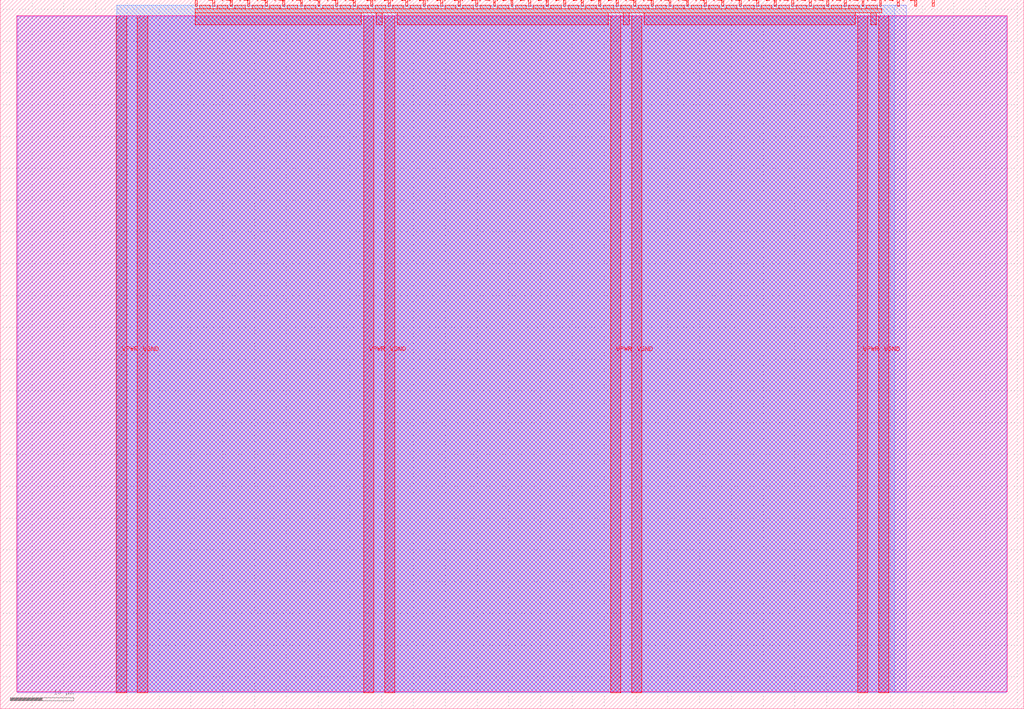
<source format=lef>
VERSION 5.7 ;
  NOWIREEXTENSIONATPIN ON ;
  DIVIDERCHAR "/" ;
  BUSBITCHARS "[]" ;
MACRO tt_um_wokwi_445165988923203585
  CLASS BLOCK ;
  FOREIGN tt_um_wokwi_445165988923203585 ;
  ORIGIN 0.000 0.000 ;
  SIZE 161.000 BY 111.520 ;
  PIN VGND
    DIRECTION INOUT ;
    USE GROUND ;
    PORT
      LAYER met4 ;
        RECT 21.580 2.480 23.180 109.040 ;
    END
    PORT
      LAYER met4 ;
        RECT 60.450 2.480 62.050 109.040 ;
    END
    PORT
      LAYER met4 ;
        RECT 99.320 2.480 100.920 109.040 ;
    END
    PORT
      LAYER met4 ;
        RECT 138.190 2.480 139.790 109.040 ;
    END
  END VGND
  PIN VPWR
    DIRECTION INOUT ;
    USE POWER ;
    PORT
      LAYER met4 ;
        RECT 18.280 2.480 19.880 109.040 ;
    END
    PORT
      LAYER met4 ;
        RECT 57.150 2.480 58.750 109.040 ;
    END
    PORT
      LAYER met4 ;
        RECT 96.020 2.480 97.620 109.040 ;
    END
    PORT
      LAYER met4 ;
        RECT 134.890 2.480 136.490 109.040 ;
    END
  END VPWR
  PIN clk
    DIRECTION INPUT ;
    USE SIGNAL ;
    PORT
      LAYER met4 ;
        RECT 143.830 110.520 144.130 111.520 ;
    END
  END clk
  PIN ena
    DIRECTION INPUT ;
    USE SIGNAL ;
    PORT
      LAYER met4 ;
        RECT 146.590 110.520 146.890 111.520 ;
    END
  END ena
  PIN rst_n
    DIRECTION INPUT ;
    USE SIGNAL ;
    PORT
      LAYER met4 ;
        RECT 141.070 110.520 141.370 111.520 ;
    END
  END rst_n
  PIN ui_in[0]
    DIRECTION INPUT ;
    USE SIGNAL ;
    ANTENNAGATEAREA 0.196500 ;
    PORT
      LAYER met4 ;
        RECT 138.310 110.520 138.610 111.520 ;
    END
  END ui_in[0]
  PIN ui_in[1]
    DIRECTION INPUT ;
    USE SIGNAL ;
    ANTENNAGATEAREA 0.196500 ;
    PORT
      LAYER met4 ;
        RECT 135.550 110.520 135.850 111.520 ;
    END
  END ui_in[1]
  PIN ui_in[2]
    DIRECTION INPUT ;
    USE SIGNAL ;
    ANTENNAGATEAREA 0.196500 ;
    PORT
      LAYER met4 ;
        RECT 132.790 110.520 133.090 111.520 ;
    END
  END ui_in[2]
  PIN ui_in[3]
    DIRECTION INPUT ;
    USE SIGNAL ;
    ANTENNAGATEAREA 0.196500 ;
    PORT
      LAYER met4 ;
        RECT 130.030 110.520 130.330 111.520 ;
    END
  END ui_in[3]
  PIN ui_in[4]
    DIRECTION INPUT ;
    USE SIGNAL ;
    ANTENNAGATEAREA 0.196500 ;
    PORT
      LAYER met4 ;
        RECT 127.270 110.520 127.570 111.520 ;
    END
  END ui_in[4]
  PIN ui_in[5]
    DIRECTION INPUT ;
    USE SIGNAL ;
    ANTENNAGATEAREA 0.196500 ;
    PORT
      LAYER met4 ;
        RECT 124.510 110.520 124.810 111.520 ;
    END
  END ui_in[5]
  PIN ui_in[6]
    DIRECTION INPUT ;
    USE SIGNAL ;
    ANTENNAGATEAREA 0.196500 ;
    PORT
      LAYER met4 ;
        RECT 121.750 110.520 122.050 111.520 ;
    END
  END ui_in[6]
  PIN ui_in[7]
    DIRECTION INPUT ;
    USE SIGNAL ;
    ANTENNAGATEAREA 0.196500 ;
    PORT
      LAYER met4 ;
        RECT 118.990 110.520 119.290 111.520 ;
    END
  END ui_in[7]
  PIN uio_in[0]
    DIRECTION INPUT ;
    USE SIGNAL ;
    PORT
      LAYER met4 ;
        RECT 116.230 110.520 116.530 111.520 ;
    END
  END uio_in[0]
  PIN uio_in[1]
    DIRECTION INPUT ;
    USE SIGNAL ;
    PORT
      LAYER met4 ;
        RECT 113.470 110.520 113.770 111.520 ;
    END
  END uio_in[1]
  PIN uio_in[2]
    DIRECTION INPUT ;
    USE SIGNAL ;
    PORT
      LAYER met4 ;
        RECT 110.710 110.520 111.010 111.520 ;
    END
  END uio_in[2]
  PIN uio_in[3]
    DIRECTION INPUT ;
    USE SIGNAL ;
    PORT
      LAYER met4 ;
        RECT 107.950 110.520 108.250 111.520 ;
    END
  END uio_in[3]
  PIN uio_in[4]
    DIRECTION INPUT ;
    USE SIGNAL ;
    PORT
      LAYER met4 ;
        RECT 105.190 110.520 105.490 111.520 ;
    END
  END uio_in[4]
  PIN uio_in[5]
    DIRECTION INPUT ;
    USE SIGNAL ;
    PORT
      LAYER met4 ;
        RECT 102.430 110.520 102.730 111.520 ;
    END
  END uio_in[5]
  PIN uio_in[6]
    DIRECTION INPUT ;
    USE SIGNAL ;
    PORT
      LAYER met4 ;
        RECT 99.670 110.520 99.970 111.520 ;
    END
  END uio_in[6]
  PIN uio_in[7]
    DIRECTION INPUT ;
    USE SIGNAL ;
    PORT
      LAYER met4 ;
        RECT 96.910 110.520 97.210 111.520 ;
    END
  END uio_in[7]
  PIN uio_oe[0]
    DIRECTION OUTPUT ;
    USE SIGNAL ;
    PORT
      LAYER met4 ;
        RECT 49.990 110.520 50.290 111.520 ;
    END
  END uio_oe[0]
  PIN uio_oe[1]
    DIRECTION OUTPUT ;
    USE SIGNAL ;
    PORT
      LAYER met4 ;
        RECT 47.230 110.520 47.530 111.520 ;
    END
  END uio_oe[1]
  PIN uio_oe[2]
    DIRECTION OUTPUT ;
    USE SIGNAL ;
    PORT
      LAYER met4 ;
        RECT 44.470 110.520 44.770 111.520 ;
    END
  END uio_oe[2]
  PIN uio_oe[3]
    DIRECTION OUTPUT ;
    USE SIGNAL ;
    PORT
      LAYER met4 ;
        RECT 41.710 110.520 42.010 111.520 ;
    END
  END uio_oe[3]
  PIN uio_oe[4]
    DIRECTION OUTPUT ;
    USE SIGNAL ;
    PORT
      LAYER met4 ;
        RECT 38.950 110.520 39.250 111.520 ;
    END
  END uio_oe[4]
  PIN uio_oe[5]
    DIRECTION OUTPUT ;
    USE SIGNAL ;
    PORT
      LAYER met4 ;
        RECT 36.190 110.520 36.490 111.520 ;
    END
  END uio_oe[5]
  PIN uio_oe[6]
    DIRECTION OUTPUT ;
    USE SIGNAL ;
    PORT
      LAYER met4 ;
        RECT 33.430 110.520 33.730 111.520 ;
    END
  END uio_oe[6]
  PIN uio_oe[7]
    DIRECTION OUTPUT ;
    USE SIGNAL ;
    PORT
      LAYER met4 ;
        RECT 30.670 110.520 30.970 111.520 ;
    END
  END uio_oe[7]
  PIN uio_out[0]
    DIRECTION OUTPUT ;
    USE SIGNAL ;
    PORT
      LAYER met4 ;
        RECT 72.070 110.520 72.370 111.520 ;
    END
  END uio_out[0]
  PIN uio_out[1]
    DIRECTION OUTPUT ;
    USE SIGNAL ;
    PORT
      LAYER met4 ;
        RECT 69.310 110.520 69.610 111.520 ;
    END
  END uio_out[1]
  PIN uio_out[2]
    DIRECTION OUTPUT ;
    USE SIGNAL ;
    PORT
      LAYER met4 ;
        RECT 66.550 110.520 66.850 111.520 ;
    END
  END uio_out[2]
  PIN uio_out[3]
    DIRECTION OUTPUT ;
    USE SIGNAL ;
    PORT
      LAYER met4 ;
        RECT 63.790 110.520 64.090 111.520 ;
    END
  END uio_out[3]
  PIN uio_out[4]
    DIRECTION OUTPUT ;
    USE SIGNAL ;
    PORT
      LAYER met4 ;
        RECT 61.030 110.520 61.330 111.520 ;
    END
  END uio_out[4]
  PIN uio_out[5]
    DIRECTION OUTPUT ;
    USE SIGNAL ;
    PORT
      LAYER met4 ;
        RECT 58.270 110.520 58.570 111.520 ;
    END
  END uio_out[5]
  PIN uio_out[6]
    DIRECTION OUTPUT ;
    USE SIGNAL ;
    PORT
      LAYER met4 ;
        RECT 55.510 110.520 55.810 111.520 ;
    END
  END uio_out[6]
  PIN uio_out[7]
    DIRECTION OUTPUT ;
    USE SIGNAL ;
    PORT
      LAYER met4 ;
        RECT 52.750 110.520 53.050 111.520 ;
    END
  END uio_out[7]
  PIN uo_out[0]
    DIRECTION OUTPUT ;
    USE SIGNAL ;
    ANTENNADIFFAREA 0.795200 ;
    PORT
      LAYER met4 ;
        RECT 94.150 110.520 94.450 111.520 ;
    END
  END uo_out[0]
  PIN uo_out[1]
    DIRECTION OUTPUT ;
    USE SIGNAL ;
    ANTENNADIFFAREA 0.445500 ;
    PORT
      LAYER met4 ;
        RECT 91.390 110.520 91.690 111.520 ;
    END
  END uo_out[1]
  PIN uo_out[2]
    DIRECTION OUTPUT ;
    USE SIGNAL ;
    ANTENNADIFFAREA 0.445500 ;
    PORT
      LAYER met4 ;
        RECT 88.630 110.520 88.930 111.520 ;
    END
  END uo_out[2]
  PIN uo_out[3]
    DIRECTION OUTPUT ;
    USE SIGNAL ;
    ANTENNADIFFAREA 0.445500 ;
    PORT
      LAYER met4 ;
        RECT 85.870 110.520 86.170 111.520 ;
    END
  END uo_out[3]
  PIN uo_out[4]
    DIRECTION OUTPUT ;
    USE SIGNAL ;
    ANTENNADIFFAREA 0.445500 ;
    PORT
      LAYER met4 ;
        RECT 83.110 110.520 83.410 111.520 ;
    END
  END uo_out[4]
  PIN uo_out[5]
    DIRECTION OUTPUT ;
    USE SIGNAL ;
    ANTENNADIFFAREA 0.445500 ;
    PORT
      LAYER met4 ;
        RECT 80.350 110.520 80.650 111.520 ;
    END
  END uo_out[5]
  PIN uo_out[6]
    DIRECTION OUTPUT ;
    USE SIGNAL ;
    ANTENNADIFFAREA 0.445500 ;
    PORT
      LAYER met4 ;
        RECT 77.590 110.520 77.890 111.520 ;
    END
  END uo_out[6]
  PIN uo_out[7]
    DIRECTION OUTPUT ;
    USE SIGNAL ;
    ANTENNADIFFAREA 0.445500 ;
    PORT
      LAYER met4 ;
        RECT 74.830 110.520 75.130 111.520 ;
    END
  END uo_out[7]
  OBS
      LAYER nwell ;
        RECT 2.570 2.635 158.430 108.990 ;
      LAYER li1 ;
        RECT 2.760 2.635 158.240 108.885 ;
      LAYER met1 ;
        RECT 2.760 2.480 158.240 109.040 ;
      LAYER met2 ;
        RECT 18.310 2.535 142.500 110.685 ;
      LAYER met3 ;
        RECT 18.290 2.555 140.695 110.665 ;
      LAYER met4 ;
        RECT 31.370 110.120 33.030 110.665 ;
        RECT 34.130 110.120 35.790 110.665 ;
        RECT 36.890 110.120 38.550 110.665 ;
        RECT 39.650 110.120 41.310 110.665 ;
        RECT 42.410 110.120 44.070 110.665 ;
        RECT 45.170 110.120 46.830 110.665 ;
        RECT 47.930 110.120 49.590 110.665 ;
        RECT 50.690 110.120 52.350 110.665 ;
        RECT 53.450 110.120 55.110 110.665 ;
        RECT 56.210 110.120 57.870 110.665 ;
        RECT 58.970 110.120 60.630 110.665 ;
        RECT 61.730 110.120 63.390 110.665 ;
        RECT 64.490 110.120 66.150 110.665 ;
        RECT 67.250 110.120 68.910 110.665 ;
        RECT 70.010 110.120 71.670 110.665 ;
        RECT 72.770 110.120 74.430 110.665 ;
        RECT 75.530 110.120 77.190 110.665 ;
        RECT 78.290 110.120 79.950 110.665 ;
        RECT 81.050 110.120 82.710 110.665 ;
        RECT 83.810 110.120 85.470 110.665 ;
        RECT 86.570 110.120 88.230 110.665 ;
        RECT 89.330 110.120 90.990 110.665 ;
        RECT 92.090 110.120 93.750 110.665 ;
        RECT 94.850 110.120 96.510 110.665 ;
        RECT 97.610 110.120 99.270 110.665 ;
        RECT 100.370 110.120 102.030 110.665 ;
        RECT 103.130 110.120 104.790 110.665 ;
        RECT 105.890 110.120 107.550 110.665 ;
        RECT 108.650 110.120 110.310 110.665 ;
        RECT 111.410 110.120 113.070 110.665 ;
        RECT 114.170 110.120 115.830 110.665 ;
        RECT 116.930 110.120 118.590 110.665 ;
        RECT 119.690 110.120 121.350 110.665 ;
        RECT 122.450 110.120 124.110 110.665 ;
        RECT 125.210 110.120 126.870 110.665 ;
        RECT 127.970 110.120 129.630 110.665 ;
        RECT 130.730 110.120 132.390 110.665 ;
        RECT 133.490 110.120 135.150 110.665 ;
        RECT 136.250 110.120 137.910 110.665 ;
        RECT 30.655 109.440 138.625 110.120 ;
        RECT 30.655 107.615 56.750 109.440 ;
        RECT 59.150 107.615 60.050 109.440 ;
        RECT 62.450 107.615 95.620 109.440 ;
        RECT 98.020 107.615 98.920 109.440 ;
        RECT 101.320 107.615 134.490 109.440 ;
        RECT 136.890 107.615 137.790 109.440 ;
  END
END tt_um_wokwi_445165988923203585
END LIBRARY


</source>
